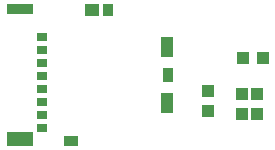
<source format=gbp>
G04 Layer_Color=128*
%FSLAX23Y23*%
%MOIN*%
G70*
G01*
G75*
%ADD10R,0.043X0.039*%
%ADD19R,0.039X0.043*%
%ADD39R,0.037X0.028*%
%ADD40R,0.091X0.047*%
%ADD41R,0.085X0.037*%
%ADD42R,0.049X0.035*%
%ADD43R,0.035X0.041*%
%ADD44R,0.047X0.041*%
%ADD45R,0.041X0.067*%
%ADD46R,0.035X0.047*%
D10*
X893Y357D02*
D03*
X827D02*
D03*
D19*
X825Y171D02*
D03*
Y237D02*
D03*
X710Y182D02*
D03*
Y248D02*
D03*
X875Y237D02*
D03*
Y171D02*
D03*
D39*
X158Y428D02*
D03*
Y384D02*
D03*
Y341D02*
D03*
Y298D02*
D03*
Y255D02*
D03*
Y211D02*
D03*
Y168D02*
D03*
Y125D02*
D03*
D40*
X85Y87D02*
D03*
D41*
X83Y521D02*
D03*
D42*
X254Y81D02*
D03*
D43*
X379Y519D02*
D03*
D44*
X325D02*
D03*
D45*
X573Y396D02*
D03*
Y207D02*
D03*
D46*
X576Y302D02*
D03*
M02*

</source>
